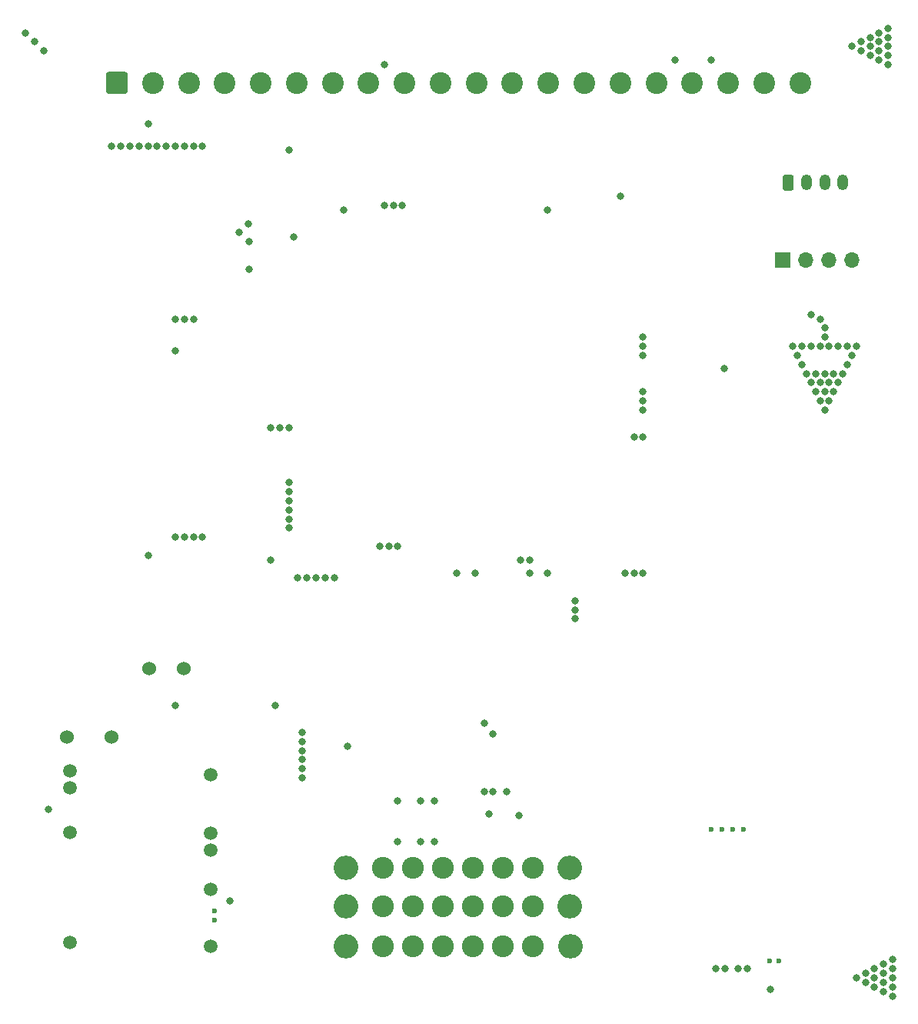
<source format=gbs>
G04 #@! TF.GenerationSoftware,KiCad,Pcbnew,8.0.7*
G04 #@! TF.CreationDate,2025-04-19T22:17:24+03:00*
G04 #@! TF.ProjectId,stabiljr,73746162-696c-46a7-922e-6b696361645f,V1*
G04 #@! TF.SameCoordinates,PX3a2c940PY8e93060*
G04 #@! TF.FileFunction,Soldermask,Bot*
G04 #@! TF.FilePolarity,Negative*
%FSLAX46Y46*%
G04 Gerber Fmt 4.6, Leading zero omitted, Abs format (unit mm)*
G04 Created by KiCad (PCBNEW 8.0.7) date 2025-04-19 22:17:24*
%MOMM*%
%LPD*%
G01*
G04 APERTURE LIST*
%ADD10C,1.524000*%
%ADD11C,0.600000*%
%ADD12O,1.200000X1.750000*%
%ADD13C,1.500000*%
%ADD14R,1.700000X1.700000*%
%ADD15O,1.700000X1.700000*%
%ADD16O,2.703200X2.703200*%
%ADD17O,2.403200X2.403200*%
%ADD18C,2.400000*%
%ADD19C,0.800000*%
G04 APERTURE END LIST*
D10*
G04 #@! TO.C,R9*
X15144979Y37500000D03*
X18954979Y37500000D03*
G04 #@! TD*
D11*
G04 #@! TO.C,M4*
X79375000Y19825000D03*
X80575000Y19825000D03*
X78175000Y19825000D03*
X76975000Y19825000D03*
X83435000Y5400000D03*
X84435000Y5400000D03*
G04 #@! TD*
G04 #@! TO.C,USB1*
G36*
G01*
X84900000Y90375000D02*
X84900000Y91625000D01*
G75*
G02*
X85150000Y91875000I250000J0D01*
G01*
X85850000Y91875000D01*
G75*
G02*
X86100000Y91625000I0J-250000D01*
G01*
X86100000Y90375000D01*
G75*
G02*
X85850000Y90125000I-250000J0D01*
G01*
X85150000Y90125000D01*
G75*
G02*
X84900000Y90375000I0J250000D01*
G01*
G37*
D12*
X87500000Y91000000D03*
X89500000Y91000000D03*
X91500000Y91000000D03*
G04 #@! TD*
D10*
G04 #@! TO.C,F2*
X10950000Y30000000D03*
X6050000Y30000000D03*
G04 #@! TD*
D13*
G04 #@! TO.C,M1*
X21874995Y25824999D03*
X21874995Y19425002D03*
X21874995Y17524999D03*
X21874995Y13224999D03*
D11*
X22324994Y10825002D03*
X22324994Y9825001D03*
D13*
X21874995Y6974999D03*
X6374998Y26275001D03*
X6374998Y24425002D03*
X6374998Y19474999D03*
X6374998Y7425001D03*
G04 #@! TD*
D14*
G04 #@! TO.C,BLUETOOTH1*
X84880000Y82500000D03*
D15*
X87420000Y82500000D03*
X89960000Y82500000D03*
X92500000Y82500000D03*
G04 #@! TD*
D16*
G04 #@! TO.C,J1*
X36800500Y15631000D03*
D17*
X40864500Y15631000D03*
X44166500Y15631000D03*
X47468500Y15631000D03*
X50770500Y15631000D03*
X54072500Y15631000D03*
X57374500Y15631000D03*
D16*
X61438500Y15631000D03*
X36804600Y11339400D03*
D17*
X40868600Y11339400D03*
X44170600Y11339400D03*
X47472600Y11339400D03*
X50774600Y11339400D03*
X54076600Y11339400D03*
X57378600Y11339400D03*
D16*
X61442600Y11339400D03*
X36800500Y6995000D03*
D17*
X40864500Y6995000D03*
X44166500Y6995000D03*
X47468500Y6995000D03*
X50770500Y6995000D03*
X54072500Y6995000D03*
X57374500Y6995000D03*
D16*
X61535800Y6995000D03*
G04 #@! TD*
G04 #@! TO.C,J2*
G36*
G01*
X10360000Y101050001D02*
X10360000Y102949999D01*
G75*
G02*
X10610001Y103200000I250001J0D01*
G01*
X12509999Y103200000D01*
G75*
G02*
X12760000Y102949999I0J-250001D01*
G01*
X12760000Y101050001D01*
G75*
G02*
X12509999Y100800000I-250001J0D01*
G01*
X10610001Y100800000D01*
G75*
G02*
X10360000Y101050001I0J250001D01*
G01*
G37*
D18*
X15520000Y102000000D03*
X19480000Y102000000D03*
X23440000Y102000000D03*
X27400000Y102000000D03*
X31360000Y102000000D03*
X35320000Y102000000D03*
X39280000Y102000000D03*
X43240000Y102000000D03*
X47200000Y102000000D03*
X51160000Y102000000D03*
X55120000Y102000000D03*
X59080000Y102000000D03*
X63040000Y102000000D03*
X67000000Y102000000D03*
X70960000Y102000000D03*
X74920000Y102000000D03*
X78880000Y102000000D03*
X82840000Y102000000D03*
X86800000Y102000000D03*
G04 #@! TD*
D19*
X30500000Y57000000D03*
X92000000Y73000000D03*
X14000000Y95000000D03*
X34500000Y47500000D03*
X21000000Y95000000D03*
X4000000Y22000000D03*
X89000000Y73000000D03*
X95500000Y107500000D03*
X12000000Y95000000D03*
X45000000Y18500000D03*
X13000000Y95000000D03*
X67500000Y48000000D03*
X40500000Y51000000D03*
X30500000Y55000000D03*
X97000000Y2500000D03*
X92000000Y71000000D03*
X96500000Y105000000D03*
X89500000Y68000000D03*
X93500000Y106500000D03*
X95000000Y3500000D03*
X41000000Y88500000D03*
X24000000Y12000000D03*
X94500000Y105000000D03*
X42500000Y51000000D03*
X32000000Y30500000D03*
X96500000Y107000000D03*
X46500000Y23000000D03*
X30500000Y58000000D03*
X32000000Y25500000D03*
X25000000Y85500000D03*
X33500000Y47500000D03*
X96500000Y106000000D03*
X97000000Y3500000D03*
X94000000Y3000000D03*
X96500000Y104000000D03*
X80000000Y4500000D03*
X88000000Y76500000D03*
X97000000Y5500000D03*
X15000000Y95000000D03*
X69500000Y73000000D03*
X89500000Y66000000D03*
X57000000Y49500000D03*
X32000000Y28500000D03*
X89000000Y76000000D03*
X91000000Y73000000D03*
X90500000Y70000000D03*
X62000000Y43000000D03*
X90000000Y73000000D03*
X69500000Y68000000D03*
X42000000Y88500000D03*
X62000000Y44000000D03*
X62000000Y45000000D03*
X81000000Y4500000D03*
X88500000Y68000000D03*
X97000000Y4500000D03*
X18000000Y52000000D03*
X86000000Y73000000D03*
X32000000Y27500000D03*
X46500000Y18500000D03*
X93000000Y73000000D03*
X88000000Y69000000D03*
X96000000Y2000000D03*
X77500000Y4500000D03*
X19000000Y95000000D03*
X89000000Y69000000D03*
X90000000Y67000000D03*
X97000000Y1500000D03*
X73000000Y104500000D03*
X30500000Y64000000D03*
X31500000Y47500000D03*
X18000000Y72500000D03*
X26000000Y86500000D03*
X89500000Y74000000D03*
X87000000Y71000000D03*
X93000000Y3500000D03*
X94500000Y106000000D03*
X41500000Y51000000D03*
X92500000Y72000000D03*
X17000000Y95000000D03*
X89000000Y67000000D03*
X69500000Y66000000D03*
X19000000Y52000000D03*
X30500000Y54000000D03*
X96000000Y4000000D03*
X96000000Y3000000D03*
X96000000Y5000000D03*
X88500000Y70000000D03*
X86500000Y72000000D03*
X78500000Y4500000D03*
X21000000Y52000000D03*
X16000000Y95000000D03*
X95500000Y105500000D03*
X69500000Y48000000D03*
X11000000Y95000000D03*
X42500000Y23000000D03*
X30500000Y56000000D03*
X18000000Y76000000D03*
X94500000Y107000000D03*
X95500000Y106500000D03*
X35500000Y47500000D03*
X28500000Y64000000D03*
X89500000Y75000000D03*
X89500000Y70000000D03*
X19000000Y76000000D03*
X68500000Y63000000D03*
X68500000Y48000000D03*
X45000000Y23000000D03*
X88000000Y73000000D03*
X69500000Y67000000D03*
X69500000Y72000000D03*
X93500000Y105500000D03*
X95500000Y104500000D03*
X94000000Y4000000D03*
X91500000Y70000000D03*
X69500000Y63000000D03*
X56000000Y49500000D03*
X69500000Y74000000D03*
X32000000Y29500000D03*
X29500000Y64000000D03*
X77000000Y104500000D03*
X43000000Y88500000D03*
X20000000Y76000000D03*
X90500000Y68000000D03*
X30500000Y53000000D03*
X96500000Y108000000D03*
X59000000Y88000000D03*
X42500000Y18500000D03*
X92500000Y106000000D03*
X91000000Y69000000D03*
X87500000Y70000000D03*
X31000000Y85000000D03*
X20000000Y52000000D03*
X20000000Y95000000D03*
X95000000Y4500000D03*
X18000000Y95000000D03*
X87000000Y73000000D03*
X32000000Y26500000D03*
X95000000Y2500000D03*
X32500000Y47500000D03*
X90000000Y69000000D03*
X26099978Y81500000D03*
X36500000Y88000000D03*
X30500000Y94599978D03*
X15000000Y49960000D03*
X26099978Y84500000D03*
X37000000Y29000000D03*
X51000000Y48000000D03*
X52500000Y21500000D03*
X18000000Y33500000D03*
X29000000Y33500000D03*
X49000000Y48000000D03*
X59000000Y48000000D03*
X55874500Y21374500D03*
X57000000Y48000000D03*
X83500000Y2200000D03*
X54500000Y24000000D03*
X28500000Y49500000D03*
X67000000Y89500000D03*
X15000000Y97500000D03*
X1500000Y107500000D03*
X2500000Y106500000D03*
X3500000Y105500000D03*
X41000000Y104000000D03*
X78434314Y70565686D03*
X52000000Y24000000D03*
X52000000Y31500000D03*
X53000000Y30350000D03*
X53000000Y24000000D03*
M02*

</source>
